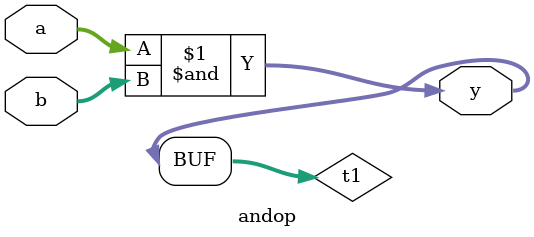
<source format=v>
`timescale 1ns / 1ps
module andop(a, b, y);
    input [7:0] a;
    input [7:0] b;
    output [7:0] y;
	 wire [7:0] t1;
assign t1 = a & b ;
assign y = t1 ;

endmodule

</source>
